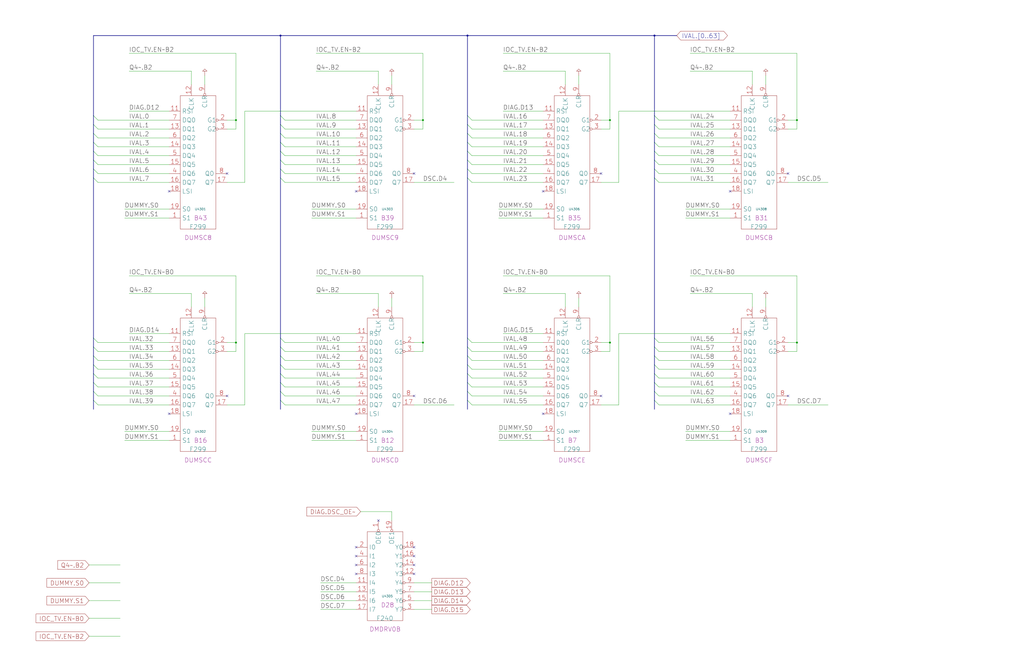
<source format=kicad_sch>
(kicad_sch (version 20250114) (generator "eeschema") (generator_version "9.0")
  (paper "User" 584.2 378.46)
  (title_block (title "DUMMY RDR\\nVAL") (date "22-SEP-90") (rev "2.0") (comment 1 "IOC") (comment 2 "232-003061") (comment 3 "S400") (comment 4 "RELEASED"))
  (lib_symbols
    (symbol "r1000:F240" (pin_names (offset 1.016))
      (property "Reference" "U" (at 2.54 5.08 0))
      (property "Value" "F240" (at -3.81 -7.62 0))
      (property "Location" "___" (at -1.27 0 0))
      (property "Name" "______" (at 1.27 -15.24 0))
      (symbol "F240_1_1"
        (rectangle (start -8.89 41.91) (end 11.43 -8.89))
        (circle (center -2.54 42.545) (radius 0.635))
        (circle (center 5.08 42.545) (radius 0.635))
        (circle (center 12.065 33.02) (radius 0.635))
        (circle (center 12.065 27.94) (radius 0.635))
        (circle (center 12.065 22.86) (radius 0.635))
        (circle (center 12.065 17.78) (radius 0.635))
        (circle (center 12.065 12.7) (radius 0.635))
        (circle (center 12.065 7.62) (radius 0.635))
        (circle (center 12.065 2.54) (radius 0.635))
        (circle (center 12.065 -2.54) (radius 0.635))
        (pin input line (at -15.24 33.02 0) (length 6.35) (name "I0") (number "2"))
        (pin input line (at -15.24 27.94 0) (length 6.35) (name "I1") (number "4"))
        (pin input line (at -15.24 22.86 0) (length 6.35) (name "I2") (number "6"))
        (pin input line (at -15.24 17.78 0) (length 6.35) (name "I3") (number "8"))
        (pin input line (at -15.24 12.7 0) (length 6.35) (name "I4") (number "11"))
        (pin input line (at -15.24 7.62 0) (length 6.35) (name "I5") (number "13"))
        (pin input line (at -15.24 2.54 0) (length 6.35) (name "I6") (number "15"))
        (pin input line (at -15.24 -2.54 0) (length 6.35) (name "I7") (number "17"))
        (pin input line (at -2.54 48.26 270) (length 5.08) (name "OE0") (number "1"))
        (pin input line (at 5.08 48.26 270) (length 5.08) (name "OE1") (number "19"))
        (pin tri_state line (at 17.78 33.02 180) (length 5.08) (name "Y0") (number "18"))
        (pin tri_state line (at 17.78 27.94 180) (length 5.08) (name "Y1") (number "16"))
        (pin tri_state line (at 17.78 22.86 180) (length 5.08) (name "Y2") (number "14"))
        (pin tri_state line (at 17.78 17.78 180) (length 5.08) (name "Y3") (number "12"))
        (pin tri_state line (at 17.78 12.7 180) (length 5.08) (name "Y4") (number "9"))
        (pin tri_state line (at 17.78 7.62 180) (length 5.08) (name "Y5") (number "7"))
        (pin tri_state line (at 17.78 2.54 180) (length 5.08) (name "Y6") (number "5"))
        (pin tri_state line (at 17.78 -2.54 180) (length 5.08) (name "Y7") (number "3"))
      )
    )
    (symbol "r1000:F299" (pin_names (offset 1.016))
      (property "Reference" "U" (at 2.54 5.08 0))
      (property "Value" "F299" (at -3.81 -5.08 0))
      (property "Location" "___" (at -1.27 0 0))
      (property "Name" "______" (at 1.27 -12.7 0))
      (symbol "F299_1_1"
        (rectangle (start -8.89 69.85) (end 11.43 -6.35))
        (circle (center 5.08 70.485) (radius 0.635))
        (circle (center 12.065 55.88) (radius 0.635))
        (circle (center 12.065 50.8) (radius 0.635))
        (pin input line (at -15.24 60.96 0) (length 6.35) (name "RSI") (number "11"))
        (pin bidirectional line (at -15.24 55.88 0) (length 6.35) (name "DQ0") (number "7"))
        (pin bidirectional line (at -15.24 50.8 0) (length 6.35) (name "DQ1") (number "13"))
        (pin bidirectional line (at -15.24 45.72 0) (length 6.35) (name "DQ2") (number "6"))
        (pin bidirectional line (at -15.24 40.64 0) (length 6.35) (name "DQ3") (number "14"))
        (pin bidirectional line (at -15.24 35.56 0) (length 6.35) (name "DQ4") (number "5"))
        (pin bidirectional line (at -15.24 30.48 0) (length 6.35) (name "DQ5") (number "15"))
        (pin bidirectional line (at -15.24 25.4 0) (length 6.35) (name "DQ6") (number "4"))
        (pin bidirectional line (at -15.24 20.32 0) (length 6.35) (name "DQ7") (number "16"))
        (pin input line (at -15.24 15.24 0) (length 6.35) (name "LSI") (number "18"))
        (pin input line (at -15.24 5.08 0) (length 6.35) (name "S0") (number "19"))
        (pin input line (at -15.24 0 0) (length 6.35) (name "S1") (number "1"))
        (pin input line (at -2.54 76.2 270) (length 6.35) (name "CLK") (number "12"))
        (pin input line (at 5.08 76.2 270) (length 5.08) (name "CLR") (number "9"))
        (pin input line (at 17.78 55.88 180) (length 5.08) (name "G1") (number "2"))
        (pin input line (at 17.78 50.8 180) (length 5.08) (name "G2") (number "3"))
        (pin output line (at 17.78 25.4 180) (length 6.35) (name "Q0") (number "8"))
        (pin output line (at 17.78 20.32 180) (length 6.35) (name "Q7") (number "17"))
      )
    )
    (symbol "r1000:PU" (power) (pin_numbers (hide yes)) (pin_names (hide yes))
      (symbol "PU_0_1"
        (polyline (pts (xy 0 2.54) (xy -1.27 2.54) (xy 0 3.81) (xy 1.27 2.54) (xy 0 2.54)) (stroke (width 0.1524)))
      )
      (symbol "PU_1_1"
        (pin power_in line (at 0 0 90) (length 2.54) (name "PU") (number "1"))
      )
    )
  )
  (junction (at 134.62 68.58))
  (junction (at 241.3 68.58))
  (junction (at 134.62 195.58))
  (junction (at 160.02 20.32))
  (junction (at 347.98 68.58))
  (junction (at 241.3 195.58))
  (junction (at 454.66 195.58))
  (junction (at 373.38 20.32))
  (junction (at 347.98 195.58))
  (junction (at 454.66 68.58))
  (junction (at 266.7 20.32))
  (no_connect (at 203.2 109.22))
  (no_connect (at 309.88 236.22))
  (no_connect (at 236.22 317.5))
  (no_connect (at 342.9 99.06))
  (no_connect (at 416.56 109.22))
  (no_connect (at 236.22 327.66))
  (no_connect (at 236.22 322.58))
  (no_connect (at 449.58 226.06))
  (no_connect (at 203.2 322.58))
  (no_connect (at 96.52 109.22))
  (no_connect (at 309.88 109.22))
  (no_connect (at 236.22 226.06))
  (no_connect (at 203.2 327.66))
  (no_connect (at 449.58 99.06))
  (no_connect (at 236.22 312.42))
  (no_connect (at 203.2 312.42))
  (no_connect (at 236.22 99.06))
  (no_connect (at 203.2 317.5))
  (no_connect (at 96.52 236.22))
  (no_connect (at 342.9 226.06))
  (no_connect (at 215.9 297.18))
  (no_connect (at 203.2 236.22))
  (no_connect (at 129.54 226.06))
  (no_connect (at 129.54 99.06))
  (no_connect (at 416.56 236.22))
  (bus_entry (at 53.34 96.52) (size 2.54 2.54))
  (bus_entry (at 53.34 86.36) (size 2.54 2.54))
  (bus_entry (at 373.38 71.12) (size 2.54 2.54))
  (bus_entry (at 53.34 66.04) (size 2.54 2.54))
  (bus_entry (at 266.7 101.6) (size 2.54 2.54))
  (bus_entry (at 373.38 223.52) (size 2.54 2.54))
  (bus_entry (at 53.34 81.28) (size 2.54 2.54))
  (bus_entry (at 266.7 81.28) (size 2.54 2.54))
  (bus_entry (at 160.02 71.12) (size 2.54 2.54))
  (bus_entry (at 53.34 76.2) (size 2.54 2.54))
  (bus_entry (at 373.38 96.52) (size 2.54 2.54))
  (bus_entry (at 266.7 203.2) (size 2.54 2.54))
  (bus_entry (at 266.7 213.36) (size 2.54 2.54))
  (bus_entry (at 266.7 198.12) (size 2.54 2.54))
  (bus_entry (at 160.02 208.28) (size 2.54 2.54))
  (bus_entry (at 160.02 223.52) (size 2.54 2.54))
  (bus_entry (at 160.02 101.6) (size 2.54 2.54))
  (bus_entry (at 373.38 193.04) (size 2.54 2.54))
  (bus_entry (at 266.7 71.12) (size 2.54 2.54))
  (bus_entry (at 373.38 213.36) (size 2.54 2.54))
  (bus_entry (at 373.38 203.2) (size 2.54 2.54))
  (bus_entry (at 53.34 203.2) (size 2.54 2.54))
  (bus_entry (at 53.34 193.04) (size 2.54 2.54))
  (bus_entry (at 373.38 91.44) (size 2.54 2.54))
  (bus_entry (at 160.02 96.52) (size 2.54 2.54))
  (bus_entry (at 266.7 223.52) (size 2.54 2.54))
  (bus_entry (at 266.7 66.04) (size 2.54 2.54))
  (bus_entry (at 53.34 228.6) (size 2.54 2.54))
  (bus_entry (at 266.7 76.2) (size 2.54 2.54))
  (bus_entry (at 266.7 96.52) (size 2.54 2.54))
  (bus_entry (at 266.7 208.28) (size 2.54 2.54))
  (bus_entry (at 53.34 198.12) (size 2.54 2.54))
  (bus_entry (at 160.02 203.2) (size 2.54 2.54))
  (bus_entry (at 160.02 213.36) (size 2.54 2.54))
  (bus_entry (at 160.02 193.04) (size 2.54 2.54))
  (bus_entry (at 160.02 76.2) (size 2.54 2.54))
  (bus_entry (at 53.34 223.52) (size 2.54 2.54))
  (bus_entry (at 266.7 91.44) (size 2.54 2.54))
  (bus_entry (at 160.02 66.04) (size 2.54 2.54))
  (bus_entry (at 160.02 91.44) (size 2.54 2.54))
  (bus_entry (at 373.38 228.6) (size 2.54 2.54))
  (bus_entry (at 373.38 76.2) (size 2.54 2.54))
  (bus_entry (at 266.7 86.36) (size 2.54 2.54))
  (bus_entry (at 53.34 213.36) (size 2.54 2.54))
  (bus_entry (at 266.7 193.04) (size 2.54 2.54))
  (bus_entry (at 373.38 208.28) (size 2.54 2.54))
  (bus_entry (at 53.34 71.12) (size 2.54 2.54))
  (bus_entry (at 160.02 86.36) (size 2.54 2.54))
  (bus_entry (at 160.02 81.28) (size 2.54 2.54))
  (bus_entry (at 373.38 218.44) (size 2.54 2.54))
  (bus_entry (at 373.38 66.04) (size 2.54 2.54))
  (bus_entry (at 160.02 228.6) (size 2.54 2.54))
  (bus_entry (at 53.34 101.6) (size 2.54 2.54))
  (bus_entry (at 373.38 198.12) (size 2.54 2.54))
  (bus_entry (at 53.34 218.44) (size 2.54 2.54))
  (bus_entry (at 373.38 101.6) (size 2.54 2.54))
  (bus_entry (at 373.38 86.36) (size 2.54 2.54))
  (bus_entry (at 373.38 81.28) (size 2.54 2.54))
  (bus_entry (at 53.34 91.44) (size 2.54 2.54))
  (bus_entry (at 266.7 228.6) (size 2.54 2.54))
  (bus_entry (at 160.02 218.44) (size 2.54 2.54))
  (bus_entry (at 53.34 208.28) (size 2.54 2.54))
  (bus_entry (at 160.02 198.12) (size 2.54 2.54))
  (bus_entry (at 266.7 218.44) (size 2.54 2.54))
  (bus (pts (xy 266.7 66.04) (xy 266.7 71.12)))
  (wire (pts (xy 182.88 347.98) (xy 203.2 347.98)))
  (wire (pts (xy 449.58 73.66) (xy 454.66 73.66)))
  (wire (pts (xy 353.06 63.5) (xy 416.56 63.5)))
  (bus (pts (xy 266.7 203.2) (xy 266.7 208.28)))
  (bus (pts (xy 373.38 218.44) (xy 373.38 223.52)))
  (wire (pts (xy 162.56 78.74) (xy 203.2 78.74)))
  (wire (pts (xy 55.88 226.06) (xy 96.52 226.06)))
  (bus (pts (xy 373.38 86.36) (xy 373.38 91.44)))
  (bus (pts (xy 160.02 228.6) (xy 160.02 233.68)))
  (wire (pts (xy 236.22 347.98) (xy 246.38 347.98)))
  (wire (pts (xy 269.24 226.06) (xy 309.88 226.06)))
  (wire (pts (xy 375.92 226.06) (xy 416.56 226.06)))
  (wire (pts (xy 375.92 68.58) (xy 416.56 68.58)))
  (wire (pts (xy 393.7 157.48) (xy 454.66 157.48)))
  (wire (pts (xy 223.52 43.18) (xy 223.52 48.26)))
  (wire (pts (xy 55.88 231.14) (xy 96.52 231.14)))
  (wire (pts (xy 177.8 119.38) (xy 203.2 119.38)))
  (bus (pts (xy 266.7 223.52) (xy 266.7 228.6)))
  (wire (pts (xy 109.22 48.26) (xy 109.22 40.64)))
  (wire (pts (xy 429.26 40.64) (xy 393.7 40.64)))
  (bus (pts (xy 160.02 86.36) (xy 160.02 91.44)))
  (bus (pts (xy 373.38 20.32) (xy 386.08 20.32)))
  (bus (pts (xy 373.38 96.52) (xy 373.38 101.6)))
  (wire (pts (xy 55.88 78.74) (xy 96.52 78.74)))
  (bus (pts (xy 266.7 218.44) (xy 266.7 223.52)))
  (wire (pts (xy 375.92 200.66) (xy 416.56 200.66)))
  (wire (pts (xy 236.22 337.82) (xy 246.38 337.82)))
  (wire (pts (xy 241.3 68.58) (xy 241.3 30.48)))
  (wire (pts (xy 71.12 124.46) (xy 96.52 124.46)))
  (wire (pts (xy 449.58 195.58) (xy 454.66 195.58)))
  (wire (pts (xy 347.98 200.66) (xy 347.98 195.58)))
  (wire (pts (xy 342.9 231.14) (xy 353.06 231.14)))
  (bus (pts (xy 373.38 91.44) (xy 373.38 96.52)))
  (wire (pts (xy 269.24 93.98) (xy 309.88 93.98)))
  (wire (pts (xy 71.12 119.38) (xy 96.52 119.38)))
  (wire (pts (xy 162.56 68.58) (xy 203.2 68.58)))
  (bus (pts (xy 160.02 76.2) (xy 160.02 81.28)))
  (wire (pts (xy 342.9 68.58) (xy 347.98 68.58)))
  (wire (pts (xy 162.56 88.9) (xy 203.2 88.9)))
  (wire (pts (xy 391.16 251.46) (xy 416.56 251.46)))
  (wire (pts (xy 429.26 167.64) (xy 393.7 167.64)))
  (wire (pts (xy 454.66 73.66) (xy 454.66 68.58)))
  (wire (pts (xy 236.22 195.58) (xy 241.3 195.58)))
  (bus (pts (xy 53.34 76.2) (xy 53.34 81.28)))
  (bus (pts (xy 373.38 198.12) (xy 373.38 203.2)))
  (wire (pts (xy 269.24 200.66) (xy 309.88 200.66)))
  (bus (pts (xy 373.38 20.32) (xy 266.7 20.32)))
  (bus (pts (xy 160.02 20.32) (xy 160.02 66.04)))
  (wire (pts (xy 162.56 195.58) (xy 203.2 195.58)))
  (wire (pts (xy 73.66 30.48) (xy 134.62 30.48)))
  (wire (pts (xy 177.8 246.38) (xy 203.2 246.38)))
  (wire (pts (xy 393.7 30.48) (xy 454.66 30.48)))
  (bus (pts (xy 160.02 193.04) (xy 160.02 198.12)))
  (bus (pts (xy 266.7 20.32) (xy 266.7 66.04)))
  (wire (pts (xy 162.56 231.14) (xy 203.2 231.14)))
  (wire (pts (xy 269.24 68.58) (xy 309.88 68.58)))
  (wire (pts (xy 50.8 353.06) (xy 68.58 353.06)))
  (wire (pts (xy 236.22 73.66) (xy 241.3 73.66)))
  (wire (pts (xy 73.66 190.5) (xy 96.52 190.5)))
  (wire (pts (xy 71.12 246.38) (xy 96.52 246.38)))
  (wire (pts (xy 347.98 73.66) (xy 347.98 68.58)))
  (wire (pts (xy 342.9 104.14) (xy 353.06 104.14)))
  (bus (pts (xy 53.34 218.44) (xy 53.34 223.52)))
  (wire (pts (xy 322.58 167.64) (xy 287.02 167.64)))
  (wire (pts (xy 177.8 124.46) (xy 203.2 124.46)))
  (wire (pts (xy 449.58 104.14) (xy 472.44 104.14)))
  (wire (pts (xy 134.62 68.58) (xy 134.62 30.48)))
  (bus (pts (xy 160.02 91.44) (xy 160.02 96.52)))
  (wire (pts (xy 55.88 210.82) (xy 96.52 210.82)))
  (wire (pts (xy 375.92 73.66) (xy 416.56 73.66)))
  (wire (pts (xy 55.88 68.58) (xy 96.52 68.58)))
  (wire (pts (xy 322.58 48.26) (xy 322.58 40.64)))
  (wire (pts (xy 162.56 205.74) (xy 203.2 205.74)))
  (bus (pts (xy 266.7 208.28) (xy 266.7 213.36)))
  (wire (pts (xy 162.56 73.66) (xy 203.2 73.66)))
  (bus (pts (xy 266.7 213.36) (xy 266.7 218.44)))
  (wire (pts (xy 284.48 119.38) (xy 309.88 119.38)))
  (bus (pts (xy 53.34 193.04) (xy 53.34 198.12)))
  (wire (pts (xy 109.22 175.26) (xy 109.22 167.64)))
  (wire (pts (xy 342.9 73.66) (xy 347.98 73.66)))
  (bus (pts (xy 266.7 71.12) (xy 266.7 76.2)))
  (bus (pts (xy 266.7 86.36) (xy 266.7 91.44)))
  (bus (pts (xy 160.02 218.44) (xy 160.02 223.52)))
  (wire (pts (xy 330.2 43.18) (xy 330.2 48.26)))
  (wire (pts (xy 449.58 68.58) (xy 454.66 68.58)))
  (wire (pts (xy 55.88 88.9) (xy 96.52 88.9)))
  (wire (pts (xy 223.52 170.18) (xy 223.52 175.26)))
  (bus (pts (xy 266.7 81.28) (xy 266.7 86.36)))
  (bus (pts (xy 53.34 213.36) (xy 53.34 218.44)))
  (wire (pts (xy 109.22 167.64) (xy 73.66 167.64)))
  (wire (pts (xy 269.24 215.9) (xy 309.88 215.9)))
  (wire (pts (xy 375.92 215.9) (xy 416.56 215.9)))
  (bus (pts (xy 53.34 223.52) (xy 53.34 228.6)))
  (wire (pts (xy 182.88 337.82) (xy 203.2 337.82)))
  (wire (pts (xy 287.02 30.48) (xy 347.98 30.48)))
  (wire (pts (xy 375.92 104.14) (xy 416.56 104.14)))
  (bus (pts (xy 53.34 208.28) (xy 53.34 213.36)))
  (wire (pts (xy 50.8 332.74) (xy 68.58 332.74)))
  (wire (pts (xy 347.98 195.58) (xy 347.98 157.48)))
  (wire (pts (xy 55.88 220.98) (xy 96.52 220.98)))
  (bus (pts (xy 53.34 101.6) (xy 53.34 193.04)))
  (wire (pts (xy 241.3 200.66) (xy 241.3 195.58)))
  (wire (pts (xy 284.48 124.46) (xy 309.88 124.46)))
  (wire (pts (xy 139.7 231.14) (xy 139.7 190.5)))
  (wire (pts (xy 129.54 68.58) (xy 134.62 68.58)))
  (wire (pts (xy 180.34 157.48) (xy 241.3 157.48)))
  (wire (pts (xy 375.92 88.9) (xy 416.56 88.9)))
  (wire (pts (xy 241.3 195.58) (xy 241.3 157.48)))
  (wire (pts (xy 429.26 48.26) (xy 429.26 40.64)))
  (wire (pts (xy 375.92 220.98) (xy 416.56 220.98)))
  (wire (pts (xy 436.88 170.18) (xy 436.88 175.26)))
  (wire (pts (xy 375.92 99.06) (xy 416.56 99.06)))
  (bus (pts (xy 373.38 101.6) (xy 373.38 193.04)))
  (bus (pts (xy 373.38 208.28) (xy 373.38 213.36)))
  (wire (pts (xy 284.48 251.46) (xy 309.88 251.46)))
  (wire (pts (xy 429.26 175.26) (xy 429.26 167.64)))
  (wire (pts (xy 436.88 43.18) (xy 436.88 48.26)))
  (wire (pts (xy 73.66 63.5) (xy 96.52 63.5)))
  (bus (pts (xy 53.34 91.44) (xy 53.34 96.52)))
  (wire (pts (xy 236.22 231.14) (xy 259.08 231.14)))
  (bus (pts (xy 373.38 213.36) (xy 373.38 218.44)))
  (wire (pts (xy 269.24 73.66) (xy 309.88 73.66)))
  (wire (pts (xy 215.9 175.26) (xy 215.9 167.64)))
  (wire (pts (xy 162.56 220.98) (xy 203.2 220.98)))
  (wire (pts (xy 375.92 93.98) (xy 416.56 93.98)))
  (wire (pts (xy 241.3 73.66) (xy 241.3 68.58)))
  (bus (pts (xy 53.34 228.6) (xy 53.34 233.68)))
  (wire (pts (xy 375.92 78.74) (xy 416.56 78.74)))
  (wire (pts (xy 287.02 157.48) (xy 347.98 157.48)))
  (bus (pts (xy 160.02 203.2) (xy 160.02 208.28)))
  (wire (pts (xy 55.88 104.14) (xy 96.52 104.14)))
  (bus (pts (xy 53.34 203.2) (xy 53.34 208.28)))
  (bus (pts (xy 160.02 71.12) (xy 160.02 76.2)))
  (wire (pts (xy 129.54 73.66) (xy 134.62 73.66)))
  (wire (pts (xy 162.56 99.06) (xy 203.2 99.06)))
  (wire (pts (xy 391.16 246.38) (xy 416.56 246.38)))
  (wire (pts (xy 269.24 231.14) (xy 309.88 231.14)))
  (wire (pts (xy 287.02 190.5) (xy 309.88 190.5)))
  (wire (pts (xy 116.84 170.18) (xy 116.84 175.26)))
  (wire (pts (xy 162.56 215.9) (xy 203.2 215.9)))
  (wire (pts (xy 129.54 200.66) (xy 134.62 200.66)))
  (bus (pts (xy 373.38 20.32) (xy 373.38 66.04)))
  (wire (pts (xy 269.24 99.06) (xy 309.88 99.06)))
  (wire (pts (xy 287.02 63.5) (xy 309.88 63.5)))
  (wire (pts (xy 375.92 195.58) (xy 416.56 195.58)))
  (wire (pts (xy 391.16 124.46) (xy 416.56 124.46)))
  (bus (pts (xy 160.02 81.28) (xy 160.02 86.36)))
  (wire (pts (xy 129.54 104.14) (xy 139.7 104.14)))
  (wire (pts (xy 129.54 231.14) (xy 139.7 231.14)))
  (wire (pts (xy 347.98 68.58) (xy 347.98 30.48)))
  (bus (pts (xy 266.7 20.32) (xy 160.02 20.32)))
  (wire (pts (xy 375.92 231.14) (xy 416.56 231.14)))
  (wire (pts (xy 73.66 157.48) (xy 134.62 157.48)))
  (wire (pts (xy 269.24 205.74) (xy 309.88 205.74)))
  (wire (pts (xy 162.56 83.82) (xy 203.2 83.82)))
  (wire (pts (xy 269.24 83.82) (xy 309.88 83.82)))
  (wire (pts (xy 322.58 175.26) (xy 322.58 167.64)))
  (wire (pts (xy 182.88 332.74) (xy 203.2 332.74)))
  (bus (pts (xy 266.7 96.52) (xy 266.7 101.6)))
  (wire (pts (xy 55.88 200.66) (xy 96.52 200.66)))
  (wire (pts (xy 55.88 73.66) (xy 96.52 73.66)))
  (bus (pts (xy 53.34 86.36) (xy 53.34 91.44)))
  (bus (pts (xy 373.38 76.2) (xy 373.38 81.28)))
  (bus (pts (xy 373.38 81.28) (xy 373.38 86.36)))
  (wire (pts (xy 322.58 40.64) (xy 287.02 40.64)))
  (wire (pts (xy 269.24 88.9) (xy 309.88 88.9)))
  (wire (pts (xy 180.34 30.48) (xy 241.3 30.48)))
  (wire (pts (xy 236.22 342.9) (xy 246.38 342.9)))
  (wire (pts (xy 134.62 195.58) (xy 134.62 157.48)))
  (wire (pts (xy 55.88 99.06) (xy 96.52 99.06)))
  (wire (pts (xy 109.22 40.64) (xy 73.66 40.64)))
  (wire (pts (xy 139.7 63.5) (xy 203.2 63.5)))
  (bus (pts (xy 53.34 71.12) (xy 53.34 76.2)))
  (wire (pts (xy 71.12 251.46) (xy 96.52 251.46)))
  (wire (pts (xy 269.24 195.58) (xy 309.88 195.58)))
  (bus (pts (xy 266.7 91.44) (xy 266.7 96.52)))
  (wire (pts (xy 55.88 195.58) (xy 96.52 195.58)))
  (wire (pts (xy 215.9 40.64) (xy 180.34 40.64)))
  (wire (pts (xy 134.62 200.66) (xy 134.62 195.58)))
  (bus (pts (xy 160.02 96.52) (xy 160.02 101.6)))
  (bus (pts (xy 266.7 76.2) (xy 266.7 81.28)))
  (bus (pts (xy 373.38 223.52) (xy 373.38 228.6)))
  (bus (pts (xy 53.34 96.52) (xy 53.34 101.6)))
  (wire (pts (xy 236.22 332.74) (xy 246.38 332.74)))
  (wire (pts (xy 236.22 200.66) (xy 241.3 200.66)))
  (bus (pts (xy 373.38 193.04) (xy 373.38 198.12)))
  (wire (pts (xy 177.8 251.46) (xy 203.2 251.46)))
  (wire (pts (xy 449.58 200.66) (xy 454.66 200.66)))
  (bus (pts (xy 53.34 66.04) (xy 53.34 71.12)))
  (wire (pts (xy 162.56 93.98) (xy 203.2 93.98)))
  (bus (pts (xy 53.34 81.28) (xy 53.34 86.36)))
  (bus (pts (xy 160.02 66.04) (xy 160.02 71.12)))
  (bus (pts (xy 160.02 198.12) (xy 160.02 203.2)))
  (wire (pts (xy 454.66 200.66) (xy 454.66 195.58)))
  (wire (pts (xy 139.7 104.14) (xy 139.7 63.5)))
  (wire (pts (xy 116.84 43.18) (xy 116.84 48.26)))
  (wire (pts (xy 353.06 190.5) (xy 416.56 190.5)))
  (wire (pts (xy 215.9 167.64) (xy 180.34 167.64)))
  (bus (pts (xy 266.7 198.12) (xy 266.7 203.2)))
  (wire (pts (xy 391.16 119.38) (xy 416.56 119.38)))
  (wire (pts (xy 454.66 68.58) (xy 454.66 30.48)))
  (wire (pts (xy 375.92 83.82) (xy 416.56 83.82)))
  (wire (pts (xy 284.48 246.38) (xy 309.88 246.38)))
  (wire (pts (xy 353.06 104.14) (xy 353.06 63.5)))
  (bus (pts (xy 160.02 223.52) (xy 160.02 228.6)))
  (wire (pts (xy 139.7 190.5) (xy 203.2 190.5)))
  (wire (pts (xy 50.8 363.22) (xy 68.58 363.22)))
  (bus (pts (xy 160.02 208.28) (xy 160.02 213.36)))
  (wire (pts (xy 162.56 226.06) (xy 203.2 226.06)))
  (wire (pts (xy 55.88 93.98) (xy 96.52 93.98)))
  (bus (pts (xy 266.7 101.6) (xy 266.7 193.04)))
  (wire (pts (xy 269.24 220.98) (xy 309.88 220.98)))
  (bus (pts (xy 160.02 20.32) (xy 53.34 20.32)))
  (wire (pts (xy 129.54 195.58) (xy 134.62 195.58)))
  (wire (pts (xy 342.9 200.66) (xy 347.98 200.66)))
  (wire (pts (xy 330.2 170.18) (xy 330.2 175.26)))
  (wire (pts (xy 162.56 210.82) (xy 203.2 210.82)))
  (wire (pts (xy 50.8 342.9) (xy 68.58 342.9)))
  (wire (pts (xy 162.56 104.14) (xy 203.2 104.14)))
  (wire (pts (xy 55.88 83.82) (xy 96.52 83.82)))
  (bus (pts (xy 373.38 71.12) (xy 373.38 76.2)))
  (wire (pts (xy 454.66 195.58) (xy 454.66 157.48)))
  (wire (pts (xy 50.8 322.58) (xy 68.58 322.58)))
  (bus (pts (xy 53.34 198.12) (xy 53.34 203.2)))
  (wire (pts (xy 342.9 195.58) (xy 347.98 195.58)))
  (wire (pts (xy 236.22 104.14) (xy 259.08 104.14)))
  (bus (pts (xy 266.7 193.04) (xy 266.7 198.12)))
  (bus (pts (xy 53.34 20.32) (xy 53.34 66.04)))
  (wire (pts (xy 134.62 73.66) (xy 134.62 68.58)))
  (wire (pts (xy 375.92 210.82) (xy 416.56 210.82)))
  (wire (pts (xy 55.88 215.9) (xy 96.52 215.9)))
  (wire (pts (xy 269.24 78.74) (xy 309.88 78.74)))
  (wire (pts (xy 375.92 205.74) (xy 416.56 205.74)))
  (bus (pts (xy 373.38 203.2) (xy 373.38 208.28)))
  (bus (pts (xy 266.7 228.6) (xy 266.7 233.68)))
  (wire (pts (xy 353.06 231.14) (xy 353.06 190.5)))
  (bus (pts (xy 373.38 228.6) (xy 373.38 233.68)))
  (wire (pts (xy 223.52 297.18) (xy 223.52 292.1)))
  (wire (pts (xy 182.88 342.9) (xy 203.2 342.9)))
  (wire (pts (xy 215.9 48.26) (xy 215.9 40.64)))
  (wire (pts (xy 236.22 68.58) (xy 241.3 68.58)))
  (wire (pts (xy 223.52 292.1) (xy 205.74 292.1)))
  (wire (pts (xy 269.24 104.14) (xy 309.88 104.14)))
  (wire (pts (xy 55.88 205.74) (xy 96.52 205.74)))
  (bus (pts (xy 373.38 66.04) (xy 373.38 71.12)))
  (bus (pts (xy 160.02 101.6) (xy 160.02 193.04)))
  (wire (pts (xy 269.24 210.82) (xy 309.88 210.82)))
  (wire (pts (xy 449.58 231.14) (xy 472.44 231.14)))
  (wire (pts (xy 162.56 200.66) (xy 203.2 200.66)))
  (bus (pts (xy 160.02 213.36) (xy 160.02 218.44)))
  (label "IVAL.6" (at 73.66 99.06 0) (effects (font (size 2.54 2.54))))
  (label "DSC.D4" (at 241.3 104.14 0) (effects (font (size 2.54 2.54))))
  (label "DUMMY.S0" (at 284.48 119.38 0) (effects (font (size 2.54 2.54))))
  (label "Q4~.B2" (at 180.34 167.64 0) (effects (font (size 2.54 2.54))))
  (label "IVAL.48" (at 287.02 195.58 0) (effects (font (size 2.54 2.54))))
  (label "DIAG.D12" (at 73.66 63.5 0) (effects (font (size 2.54 2.54))))
  (label "IVAL.15" (at 180.34 104.14 0) (effects (font (size 2.54 2.54))))
  (label "DUMMY.S1" (at 284.48 251.46 0) (effects (font (size 2.54 2.54))))
  (label "IVAL.7" (at 73.66 104.14 0) (effects (font (size 2.54 2.54))))
  (label "IVAL.17" (at 287.02 73.66 0) (effects (font (size 2.54 2.54))))
  (label "IVAL.38" (at 73.66 226.06 0) (effects (font (size 2.54 2.54))))
  (label "IVAL.39" (at 73.66 231.14 0) (effects (font (size 2.54 2.54))))
  (label "IVAL.44" (at 180.34 215.9 0) (effects (font (size 2.54 2.54))))
  (label "Q4~.B2" (at 287.02 40.64 0) (effects (font (size 2.54 2.54))))
  (label "DSC.D5" (at 182.88 337.82 0) (effects (font (size 2.54 2.54))))
  (label "DUMMY.S0" (at 391.16 119.38 0) (effects (font (size 2.54 2.54))))
  (label "IVAL.50" (at 287.02 205.74 0) (effects (font (size 2.54 2.54))))
  (label "DSC.D4" (at 182.88 332.74 0) (effects (font (size 2.54 2.54))))
  (label "IVAL.24" (at 393.7 68.58 0) (effects (font (size 2.54 2.54))))
  (label "IVAL.47" (at 180.34 231.14 0) (effects (font (size 2.54 2.54))))
  (label "IVAL.20" (at 287.02 88.9 0) (effects (font (size 2.54 2.54))))
  (label "IVAL.60" (at 393.7 215.9 0) (effects (font (size 2.54 2.54))))
  (label "IVAL.54" (at 287.02 226.06 0) (effects (font (size 2.54 2.54))))
  (label "DUMMY.S1" (at 71.12 124.46 0) (effects (font (size 2.54 2.54))))
  (label "IVAL.36" (at 73.66 215.9 0) (effects (font (size 2.54 2.54))))
  (label "DUMMY.S0" (at 177.8 119.38 0) (effects (font (size 2.54 2.54))))
  (label "IVAL.45" (at 180.34 220.98 0) (effects (font (size 2.54 2.54))))
  (label "DUMMY.S0" (at 177.8 246.38 0) (effects (font (size 2.54 2.54))))
  (label "IVAL.46" (at 180.34 226.06 0) (effects (font (size 2.54 2.54))))
  (label "IVAL.25" (at 393.7 73.66 0) (effects (font (size 2.54 2.54))))
  (label "Q4~.B2" (at 73.66 40.64 0) (effects (font (size 2.54 2.54))))
  (label "IVAL.0" (at 73.66 68.58 0) (effects (font (size 2.54 2.54))))
  (label "DSC.D5" (at 454.66 104.14 0) (effects (font (size 2.54 2.54))))
  (label "DUMMY.S0" (at 71.12 119.38 0) (effects (font (size 2.54 2.54))))
  (label "DUMMY.S1" (at 71.12 251.46 0) (effects (font (size 2.54 2.54))))
  (label "DUMMY.S0" (at 71.12 246.38 0) (effects (font (size 2.54 2.54))))
  (label "DUMMY.S0" (at 391.16 246.38 0) (effects (font (size 2.54 2.54))))
  (label "IVAL.41" (at 180.34 200.66 0) (effects (font (size 2.54 2.54))))
  (label "IVAL.37" (at 73.66 220.98 0) (effects (font (size 2.54 2.54))))
  (label "IVAL.10" (at 180.34 78.74 0) (effects (font (size 2.54 2.54))))
  (label "IVAL.22" (at 287.02 99.06 0) (effects (font (size 2.54 2.54))))
  (label "DUMMY.S1" (at 391.16 251.46 0) (effects (font (size 2.54 2.54))))
  (label "DUMMY.S1" (at 177.8 124.46 0) (effects (font (size 2.54 2.54))))
  (label "IOC_TV.EN~B0" (at 180.34 157.48 0) (effects (font (size 2.54 2.54))))
  (label "IVAL.29" (at 393.7 93.98 0) (effects (font (size 2.54 2.54))))
  (label "DSC.D6" (at 182.88 342.9 0) (effects (font (size 2.54 2.54))))
  (label "IVAL.31" (at 393.7 104.14 0) (effects (font (size 2.54 2.54))))
  (label "IOC_TV.EN~B0" (at 73.66 157.48 0) (effects (font (size 2.54 2.54))))
  (label "IVAL.35" (at 73.66 210.82 0) (effects (font (size 2.54 2.54))))
  (label "IOC_TV.EN~B0" (at 393.7 157.48 0) (effects (font (size 2.54 2.54))))
  (label "IVAL.58" (at 393.7 205.74 0) (effects (font (size 2.54 2.54))))
  (label "IVAL.59" (at 393.7 210.82 0) (effects (font (size 2.54 2.54))))
  (label "IOC_TV.EN~B2" (at 180.34 30.48 0) (effects (font (size 2.54 2.54))))
  (label "DIAG.D13" (at 287.02 63.5 0) (effects (font (size 2.54 2.54))))
  (label "IVAL.13" (at 180.34 93.98 0) (effects (font (size 2.54 2.54))))
  (label "IOC_TV.EN~B2" (at 287.02 30.48 0) (effects (font (size 2.54 2.54))))
  (label "DSC.D7" (at 182.88 347.98 0) (effects (font (size 2.54 2.54))))
  (label "IVAL.30" (at 393.7 99.06 0) (effects (font (size 2.54 2.54))))
  (label "IVAL.49" (at 287.02 200.66 0) (effects (font (size 2.54 2.54))))
  (label "Q4~.B2" (at 73.66 167.64 0) (effects (font (size 2.54 2.54))))
  (label "DUMMY.S1" (at 177.8 251.46 0) (effects (font (size 2.54 2.54))))
  (label "IVAL.14" (at 180.34 99.06 0) (effects (font (size 2.54 2.54))))
  (label "IVAL.19" (at 287.02 83.82 0) (effects (font (size 2.54 2.54))))
  (label "IVAL.18" (at 287.02 78.74 0) (effects (font (size 2.54 2.54))))
  (label "IVAL.32" (at 73.66 195.58 0) (effects (font (size 2.54 2.54))))
  (label "IVAL.42" (at 180.34 205.74 0) (effects (font (size 2.54 2.54))))
  (label "IVAL.11" (at 180.34 83.82 0) (effects (font (size 2.54 2.54))))
  (label "IVAL.33" (at 73.66 200.66 0) (effects (font (size 2.54 2.54))))
  (label "IVAL.52" (at 287.02 215.9 0) (effects (font (size 2.54 2.54))))
  (label "IVAL.4" (at 73.66 88.9 0) (effects (font (size 2.54 2.54))))
  (label "IVAL.27" (at 393.7 83.82 0) (effects (font (size 2.54 2.54))))
  (label "IVAL.16" (at 287.02 68.58 0) (effects (font (size 2.54 2.54))))
  (label "DIAG.D15" (at 287.02 190.5 0) (effects (font (size 2.54 2.54))))
  (label "IOC_TV.EN~B2" (at 393.7 30.48 0) (effects (font (size 2.54 2.54))))
  (label "IVAL.51" (at 287.02 210.82 0) (effects (font (size 2.54 2.54))))
  (label "DIAG.D14" (at 73.66 190.5 0) (effects (font (size 2.54 2.54))))
  (label "IVAL.21" (at 287.02 93.98 0) (effects (font (size 2.54 2.54))))
  (label "IVAL.9" (at 180.34 73.66 0) (effects (font (size 2.54 2.54))))
  (label "IVAL.5" (at 73.66 93.98 0) (effects (font (size 2.54 2.54))))
  (label "IVAL.26" (at 393.7 78.74 0) (effects (font (size 2.54 2.54))))
  (label "IVAL.56" (at 393.7 195.58 0) (effects (font (size 2.54 2.54))))
  (label "IVAL.55" (at 287.02 231.14 0) (effects (font (size 2.54 2.54))))
  (label "IVAL.2" (at 73.66 78.74 0) (effects (font (size 2.54 2.54))))
  (label "IVAL.8" (at 180.34 68.58 0) (effects (font (size 2.54 2.54))))
  (label "Q4~.B2" (at 180.34 40.64 0) (effects (font (size 2.54 2.54))))
  (label "IOC_TV.EN~B2" (at 73.66 30.48 0) (effects (font (size 2.54 2.54))))
  (label "IVAL.12" (at 180.34 88.9 0) (effects (font (size 2.54 2.54))))
  (label "IVAL.1" (at 73.66 73.66 0) (effects (font (size 2.54 2.54))))
  (label "IVAL.57" (at 393.7 200.66 0) (effects (font (size 2.54 2.54))))
  (label "IVAL.34" (at 73.66 205.74 0) (effects (font (size 2.54 2.54))))
  (label "Q4~.B2" (at 287.02 167.64 0) (effects (font (size 2.54 2.54))))
  (label "Q4~.B2" (at 393.7 40.64 0) (effects (font (size 2.54 2.54))))
  (label "IVAL.40" (at 180.34 195.58 0) (effects (font (size 2.54 2.54))))
  (label "IVAL.28" (at 393.7 88.9 0) (effects (font (size 2.54 2.54))))
  (label "DSC.D6" (at 241.3 231.14 0) (effects (font (size 2.54 2.54))))
  (label "DUMMY.S1" (at 391.16 124.46 0) (effects (font (size 2.54 2.54))))
  (label "IVAL.63" (at 393.7 231.14 0) (effects (font (size 2.54 2.54))))
  (label "Q4~.B2" (at 393.7 167.64 0) (effects (font (size 2.54 2.54))))
  (label "DUMMY.S0" (at 284.48 246.38 0) (effects (font (size 2.54 2.54))))
  (label "IVAL.23" (at 287.02 104.14 0) (effects (font (size 2.54 2.54))))
  (label "IVAL.62" (at 393.7 226.06 0) (effects (font (size 2.54 2.54))))
  (label "IVAL.3" (at 73.66 83.82 0) (effects (font (size 2.54 2.54))))
  (label "DUMMY.S1" (at 284.48 124.46 0) (effects (font (size 2.54 2.54))))
  (label "IOC_TV.EN~B0" (at 287.02 157.48 0) (effects (font (size 2.54 2.54))))
  (label "IVAL.43" (at 180.34 210.82 0) (effects (font (size 2.54 2.54))))
  (label "DSC.D7" (at 454.66 231.14 0) (effects (font (size 2.54 2.54))))
  (label "IVAL.61" (at 393.7 220.98 0) (effects (font (size 2.54 2.54))))
  (label "IVAL.53" (at 287.02 220.98 0) (effects (font (size 2.54 2.54))))
  (global_label "DIAG.DSC_OE~" (shape input) (at 205.74 292.1 180) (effects (font (size 2.54 2.54))) (property "Intersheetrefs" "${INTERSHEET_REFS}" (at 175.0302 291.9413 0) (effects (font (size 1.905 1.905)) (justify right))))
  (global_label "DUMMY.S0" (shape input) (at 50.8 332.74 180) (effects (font (size 2.54 2.54))) (property "Intersheetrefs" "${INTERSHEET_REFS}" (at 26.7426 332.5813 0) (effects (font (size 1.905 1.905)) (justify right))))
  (global_label "Q4~.B2" (shape input) (at 50.8 322.58 180) (effects (font (size 2.54 2.54))) (property "Intersheetrefs" "${INTERSHEET_REFS}" (at 32.9111 322.4213 0) (effects (font (size 1.905 1.905)) (justify right))))
  (global_label "DIAG.D13" (shape output) (at 246.38 337.82 0) (effects (font (size 2.54 2.54))) (property "Intersheetrefs" "${INTERSHEET_REFS}" (at 268.2603 337.6613 0) (effects (font (size 1.905 1.905)) (justify left))))
  (global_label "IVAL.[0..63]" (shape bidirectional) (at 386.08 20.32 0) (effects (font (size 2.54 2.54))) (property "Intersheetrefs" "${INTERSHEET_REFS}" (at 412.7984 20.1613 0) (effects (font (size 1.905 1.905)) (justify left))))
  (global_label "DIAG.D12" (shape output) (at 246.38 332.74 0) (effects (font (size 2.54 2.54))) (property "Intersheetrefs" "${INTERSHEET_REFS}" (at 268.2603 332.5813 0) (effects (font (size 1.905 1.905)) (justify left))))
  (global_label "DIAG.D14" (shape output) (at 246.38 342.9 0) (effects (font (size 2.54 2.54))) (property "Intersheetrefs" "${INTERSHEET_REFS}" (at 268.2603 342.7413 0) (effects (font (size 1.905 1.905)) (justify left))))
  (global_label "DIAG.D15" (shape output) (at 246.38 347.98 0) (effects (font (size 2.54 2.54))) (property "Intersheetrefs" "${INTERSHEET_REFS}" (at 268.2603 347.8213 0) (effects (font (size 1.905 1.905)) (justify left))))
  (global_label "IOC_TV.EN~B0" (shape input) (at 50.8 353.06 180) (effects (font (size 2.54 2.54))) (property "Intersheetrefs" "${INTERSHEET_REFS}" (at 20.574 352.9013 0) (effects (font (size 1.905 1.905)) (justify right))))
  (global_label "DUMMY.S1" (shape input) (at 50.8 342.9 180) (effects (font (size 2.54 2.54))) (property "Intersheetrefs" "${INTERSHEET_REFS}" (at 26.7426 342.7413 0) (effects (font (size 1.905 1.905)) (justify right))))
  (global_label "IOC_TV.EN~B2" (shape input) (at 50.8 363.22 180) (effects (font (size 2.54 2.54))) (property "Intersheetrefs" "${INTERSHEET_REFS}" (at 20.574 363.0613 0) (effects (font (size 1.905 1.905)) (justify right))))
  (symbol (lib_id "r1000:PU") (at 116.84 43.18 0) (unit 1)
    (property "Reference" "#PWR04301" (effects (hide yes)))
    (property "Value" "PU" (effects (hide yes)))
  )
  (symbol (lib_id "r1000:F299") (at 325.12 124.46 0) (unit 1)
    (property "Reference" "U4306" (at 327.66 119.38 0))
    (property "Value" "F299" (at 321.31 129.54 0) (effects (font (size 2.54 2.54)) (justify left)))
    (property "Location" "B35" (at 323.85 124.46 0) (effects (font (size 2.54 2.54)) (justify left)))
    (property "Name" "DUMSCA" (at 326.39 137.16 0) (effects (font (size 2.54 2.54)) (justify bottom)))
  )
  (symbol (lib_id "r1000:PU") (at 116.84 170.18 0) (unit 1)
    (property "Reference" "#PWR04302" (effects (hide yes)))
    (property "Value" "PU" (effects (hide yes)))
  )
  (symbol (lib_id "r1000:F299") (at 111.76 251.46 0) (unit 1)
    (property "Reference" "U4302" (at 114.3 246.38 0))
    (property "Value" "F299" (at 107.95 256.54 0) (effects (font (size 2.54 2.54)) (justify left)))
    (property "Location" "B16" (at 110.49 251.46 0) (effects (font (size 2.54 2.54)) (justify left)))
    (property "Name" "DUMSCC" (at 113.03 264.16 0) (effects (font (size 2.54 2.54)) (justify bottom)))
  )
  (symbol (lib_id "r1000:PU") (at 436.88 170.18 0) (unit 1)
    (property "Reference" "#PWR04308" (effects (hide yes)))
    (property "Value" "PU" (effects (hide yes)))
  )
  (symbol (lib_id "r1000:PU") (at 223.52 43.18 0) (unit 1)
    (property "Reference" "#PWR04303" (effects (hide yes)))
    (property "Value" "PU" (effects (hide yes)))
  )
  (symbol (lib_id "r1000:PU") (at 223.52 170.18 0) (unit 1)
    (property "Reference" "#PWR04304" (effects (hide yes)))
    (property "Value" "PU" (effects (hide yes)))
  )
  (symbol (lib_id "r1000:F299") (at 325.12 251.46 0) (unit 1)
    (property "Reference" "U4307" (at 327.66 246.38 0))
    (property "Value" "F299" (at 321.31 256.54 0) (effects (font (size 2.54 2.54)) (justify left)))
    (property "Location" "B7" (at 323.85 251.46 0) (effects (font (size 2.54 2.54)) (justify left)))
    (property "Name" "DUMSCE" (at 326.39 264.16 0) (effects (font (size 2.54 2.54)) (justify bottom)))
  )
  (symbol (lib_id "r1000:F299") (at 431.8 251.46 0) (unit 1)
    (property "Reference" "U4309" (at 434.34 246.38 0))
    (property "Value" "F299" (at 427.99 256.54 0) (effects (font (size 2.54 2.54)) (justify left)))
    (property "Location" "B3" (at 430.53 251.46 0) (effects (font (size 2.54 2.54)) (justify left)))
    (property "Name" "DUMSCF" (at 433.07 264.16 0) (effects (font (size 2.54 2.54)) (justify bottom)))
  )
  (symbol (lib_id "r1000:PU") (at 436.88 43.18 0) (unit 1)
    (property "Reference" "#PWR04307" (effects (hide yes)))
    (property "Value" "PU" (effects (hide yes)))
  )
  (symbol (lib_id "r1000:PU") (at 330.2 43.18 0) (unit 1)
    (property "Reference" "#PWR04305" (effects (hide yes)))
    (property "Value" "PU" (effects (hide yes)))
  )
  (symbol (lib_id "r1000:PU") (at 330.2 170.18 0) (unit 1)
    (property "Reference" "#PWR04306" (effects (hide yes)))
    (property "Value" "PU" (effects (hide yes)))
  )
  (symbol (lib_id "r1000:F299") (at 218.44 251.46 0) (unit 1)
    (property "Reference" "U4304" (at 220.98 246.38 0))
    (property "Value" "F299" (at 214.63 256.54 0) (effects (font (size 2.54 2.54)) (justify left)))
    (property "Location" "B12" (at 217.17 251.46 0) (effects (font (size 2.54 2.54)) (justify left)))
    (property "Name" "DUMSCD" (at 219.71 264.16 0) (effects (font (size 2.54 2.54)) (justify bottom)))
  )
  (symbol (lib_id "r1000:F299") (at 431.8 124.46 0) (unit 1)
    (property "Reference" "U4308" (at 434.34 119.38 0))
    (property "Value" "F299" (at 427.99 129.54 0) (effects (font (size 2.54 2.54)) (justify left)))
    (property "Location" "B31" (at 430.53 124.46 0) (effects (font (size 2.54 2.54)) (justify left)))
    (property "Name" "DUMSCB" (at 433.07 137.16 0) (effects (font (size 2.54 2.54)) (justify bottom)))
  )
  (symbol (lib_id "r1000:F299") (at 111.76 124.46 0) (unit 1)
    (property "Reference" "U4301" (at 114.3 119.38 0))
    (property "Value" "F299" (at 107.95 129.54 0) (effects (font (size 2.54 2.54)) (justify left)))
    (property "Location" "B43" (at 110.49 124.46 0) (effects (font (size 2.54 2.54)) (justify left)))
    (property "Name" "DUMSC8" (at 113.03 137.16 0) (effects (font (size 2.54 2.54)) (justify bottom)))
  )
  (symbol (lib_id "r1000:F240") (at 218.44 345.44 0) (unit 1)
    (property "Reference" "U4305" (at 220.98 340.36 0))
    (property "Value" "F240" (at 214.63 353.06 0) (effects (font (size 2.54 2.54)) (justify left)))
    (property "Location" "D28" (at 217.17 345.44 0) (effects (font (size 2.54 2.54)) (justify left)))
    (property "Name" "DMDRV0B" (at 219.71 360.68 0) (effects (font (size 2.54 2.54)) (justify bottom)))
  )
  (symbol (lib_id "r1000:F299") (at 218.44 124.46 0) (unit 1)
    (property "Reference" "U4303" (at 220.98 119.38 0))
    (property "Value" "F299" (at 214.63 129.54 0) (effects (font (size 2.54 2.54)) (justify left)))
    (property "Location" "B39" (at 217.17 124.46 0) (effects (font (size 2.54 2.54)) (justify left)))
    (property "Name" "DUMSC9" (at 219.71 137.16 0) (effects (font (size 2.54 2.54)) (justify bottom)))
  )
)
</source>
